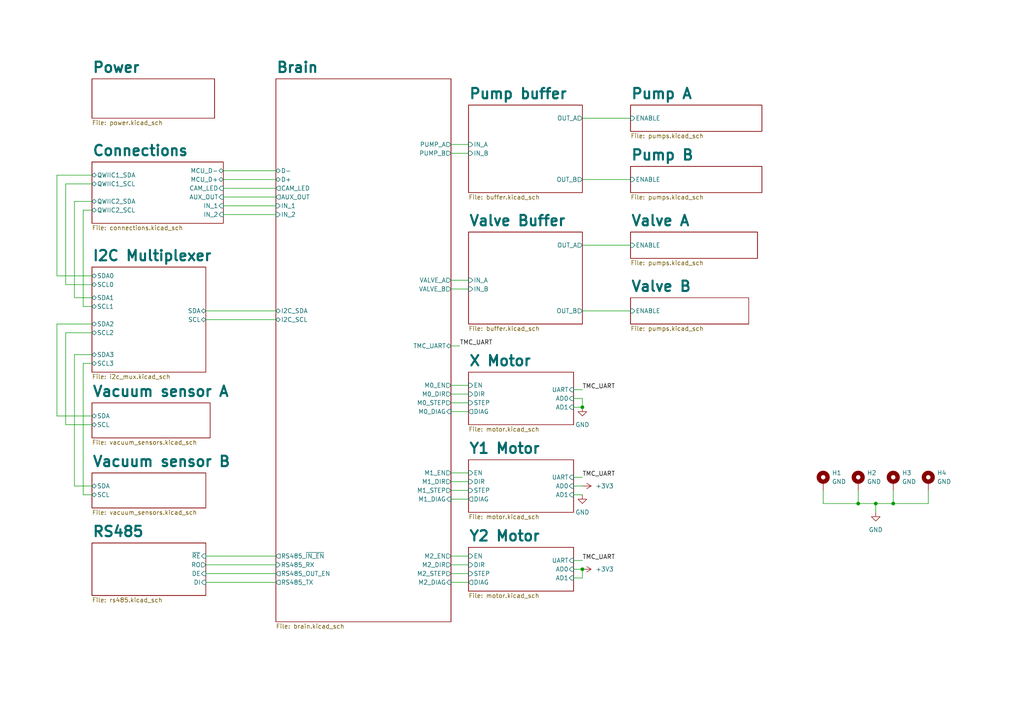
<source format=kicad_sch>
(kicad_sch (version 20231120) (generator "eeschema") (generator_version "8.0")
  (paper "A4")
  (lib_symbols
    (symbol "Mechanical:MountingHole_Pad" (pin_numbers hide) (pin_names (offset 1.016) hide)
      (property "Reference" "H" (at 0 6.35 0))
      (property "Value" "MountingHole_Pad" (at 0 4.445 0))
      (symbol "MountingHole_Pad_0_1"
        (circle (center 0 1.27) (radius 1.27) (stroke (width 1.27)))
      )
      (symbol "MountingHole_Pad_1_1"
        (pin input line (at 0 -2.54 90) (length 2.54) (name "1") (number "1"))
      )
    )
    (symbol "power:+3V3" (power) (pin_names (offset 0))
      (property "Value" "+3V3" (at 0 3.556 0))
      (symbol "+3V3_0_1"
        (polyline (pts (xy -0.762 1.27) (xy 0 2.54)))
        (polyline (pts (xy 0 0) (xy 0 2.54)))
        (polyline (pts (xy 0 2.54) (xy 0.762 1.27)))
      )
      (symbol "+3V3_1_1"
        (pin power_in line (at 0 0 90) (length 0) hide (name "+3V3") (number "1"))
      )
    )
    (symbol "power:GND" (power) (pin_names (offset 0))
      (property "Value" "GND" (at 0 -3.81 0))
      (symbol "GND_0_1"
        (polyline (pts (xy 0 0) (xy 0 -1.27) (xy 1.27 -1.27) (xy 0 -2.54) (xy -1.27 -1.27) (xy 0 -1.27)))
      )
      (symbol "GND_1_1"
        (pin power_in line (at 0 0 270) (length 0) hide (name "GND") (number "1"))
      )
    )
  )
  (junction (at 168.91 118.11))
  (junction (at 259.08 146.05))
  (junction (at 168.91 165.1))
  (junction (at 248.92 146.05))
  (junction (at 254 146.05))
  (wire (pts (xy 64.77 59.69) (xy 80.01 59.69)))
  (wire (pts (xy 59.69 163.83) (xy 80.01 163.83)))
  (wire (pts (xy 16.51 93.98) (xy 16.51 120.65)))
  (wire (pts (xy 130.81 116.84) (xy 135.89 116.84)))
  (wire (pts (xy 64.77 52.07) (xy 80.01 52.07)))
  (wire (pts (xy 168.91 118.11) (xy 168.91 115.57)))
  (wire (pts (xy 130.81 83.82) (xy 135.89 83.82)))
  (wire (pts (xy 269.24 142.24) (xy 269.24 146.05)))
  (wire (pts (xy 59.69 168.91) (xy 80.01 168.91)))
  (wire (pts (xy 166.37 118.11) (xy 168.91 118.11)))
  (wire (pts (xy 64.77 54.61) (xy 80.01 54.61)))
  (wire (pts (xy 166.37 165.1) (xy 168.91 165.1)))
  (wire (pts (xy 130.81 161.29) (xy 135.89 161.29)))
  (wire (pts (xy 24.13 105.41) (xy 24.13 143.51)))
  (wire (pts (xy 26.67 53.34) (xy 19.05 53.34)))
  (wire (pts (xy 19.05 53.34) (xy 19.05 82.55)))
  (wire (pts (xy 168.91 90.17) (xy 182.88 90.17)))
  (wire (pts (xy 64.77 57.15) (xy 80.01 57.15)))
  (wire (pts (xy 26.67 96.52) (xy 19.05 96.52)))
  (wire (pts (xy 269.24 146.05) (xy 259.08 146.05)))
  (wire (pts (xy 64.77 49.53) (xy 80.01 49.53)))
  (wire (pts (xy 26.67 58.42) (xy 21.59 58.42)))
  (wire (pts (xy 19.05 123.19) (xy 26.67 123.19)))
  (wire (pts (xy 130.81 168.91) (xy 135.89 168.91)))
  (wire (pts (xy 59.69 90.17) (xy 80.01 90.17)))
  (wire (pts (xy 130.81 44.45) (xy 135.89 44.45)))
  (wire (pts (xy 259.08 142.24) (xy 259.08 146.05)))
  (wire (pts (xy 130.81 100.33) (xy 133.35 100.33)))
  (wire (pts (xy 26.67 93.98) (xy 16.51 93.98)))
  (wire (pts (xy 166.37 162.56) (xy 168.91 162.56)))
  (wire (pts (xy 19.05 96.52) (xy 19.05 123.19)))
  (wire (pts (xy 130.81 144.78) (xy 135.89 144.78)))
  (wire (pts (xy 130.81 163.83) (xy 135.89 163.83)))
  (wire (pts (xy 130.81 137.16) (xy 135.89 137.16)))
  (wire (pts (xy 16.51 80.01) (xy 26.67 80.01)))
  (wire (pts (xy 19.05 82.55) (xy 26.67 82.55)))
  (wire (pts (xy 166.37 143.51) (xy 168.91 143.51)))
  (wire (pts (xy 64.77 62.23) (xy 80.01 62.23)))
  (wire (pts (xy 16.51 120.65) (xy 26.67 120.65)))
  (wire (pts (xy 21.59 102.87) (xy 21.59 140.97)))
  (wire (pts (xy 16.51 50.8) (xy 16.51 80.01)))
  (wire (pts (xy 168.91 52.07) (xy 182.88 52.07)))
  (wire (pts (xy 130.81 81.28) (xy 135.89 81.28)))
  (wire (pts (xy 59.69 161.29) (xy 80.01 161.29)))
  (wire (pts (xy 130.81 119.38) (xy 135.89 119.38)))
  (wire (pts (xy 24.13 88.9) (xy 26.67 88.9)))
  (wire (pts (xy 166.37 113.03) (xy 168.91 113.03)))
  (wire (pts (xy 130.81 41.91) (xy 135.89 41.91)))
  (wire (pts (xy 238.76 146.05) (xy 238.76 142.24)))
  (wire (pts (xy 21.59 86.36) (xy 26.67 86.36)))
  (wire (pts (xy 59.69 92.71) (xy 80.01 92.71)))
  (wire (pts (xy 24.13 143.51) (xy 26.67 143.51)))
  (wire (pts (xy 21.59 58.42) (xy 21.59 86.36)))
  (wire (pts (xy 26.67 102.87) (xy 21.59 102.87)))
  (wire (pts (xy 130.81 142.24) (xy 135.89 142.24)))
  (wire (pts (xy 26.67 50.8) (xy 16.51 50.8)))
  (wire (pts (xy 130.81 111.76) (xy 135.89 111.76)))
  (wire (pts (xy 168.91 34.29) (xy 182.88 34.29)))
  (wire (pts (xy 130.81 166.37) (xy 135.89 166.37)))
  (wire (pts (xy 166.37 115.57) (xy 168.91 115.57)))
  (wire (pts (xy 59.69 166.37) (xy 80.01 166.37)))
  (wire (pts (xy 26.67 105.41) (xy 24.13 105.41)))
  (wire (pts (xy 130.81 114.3) (xy 135.89 114.3)))
  (wire (pts (xy 26.67 60.96) (xy 24.13 60.96)))
  (wire (pts (xy 166.37 167.64) (xy 168.91 167.64)))
  (wire (pts (xy 259.08 146.05) (xy 254 146.05)))
  (wire (pts (xy 21.59 140.97) (xy 26.67 140.97)))
  (wire (pts (xy 166.37 140.97) (xy 168.91 140.97)))
  (wire (pts (xy 248.92 146.05) (xy 238.76 146.05)))
  (wire (pts (xy 166.37 138.43) (xy 168.91 138.43)))
  (wire (pts (xy 254 148.59) (xy 254 146.05)))
  (wire (pts (xy 168.91 165.1) (xy 168.91 167.64)))
  (wire (pts (xy 24.13 60.96) (xy 24.13 88.9)))
  (wire (pts (xy 248.92 142.24) (xy 248.92 146.05)))
  (wire (pts (xy 254 146.05) (xy 248.92 146.05)))
  (wire (pts (xy 168.91 71.12) (xy 182.88 71.12)))
  (wire (pts (xy 130.81 139.7) (xy 135.89 139.7)))
  (label "TMC_UART" (at 168.91 113.03 0))
  (label "TMC_UART" (at 168.91 162.56 0))
  (label "TMC_UART" (at 133.35 100.33 0))
  (label "TMC_UART" (at 168.91 138.43 0))
  (symbol (lib_id "power:GND") (at 168.91 143.51 0) (unit 1)
    (property "Reference" "#PWR0103" (effects (hide yes)))
    (property "Value" "GND" (at 168.91 148.59 0))
  )
  (symbol (lib_id "Mechanical:MountingHole_Pad") (at 238.76 139.7 0) (unit 1)
    (property "Reference" "H1" (at 241.3 137.16 0) (effects (justify left)))
    (property "Value" "GND" (at 241.3 139.7 0) (effects (justify left)))
    (property "Footprint" "MountingHole:MountingHole_3mm_Pad" (effects (hide yes)))
  )
  (symbol (lib_id "Mechanical:MountingHole_Pad") (at 259.08 139.7 0) (unit 1)
    (property "Reference" "H3" (at 261.62 137.16 0) (effects (justify left)))
    (property "Value" "GND" (at 261.62 139.7 0) (effects (justify left)))
    (property "Footprint" "MountingHole:MountingHole_3mm_Pad" (effects (hide yes)))
  )
  (symbol (lib_id "Mechanical:MountingHole_Pad") (at 269.24 139.7 0) (unit 1)
    (property "Reference" "H4" (at 271.78 137.16 0) (effects (justify left)))
    (property "Value" "GND" (at 271.78 139.7 0) (effects (justify left)))
    (property "Footprint" "MountingHole:MountingHole_3mm_Pad" (effects (hide yes)))
  )
  (symbol (lib_id "power:+3V3") (at 168.91 165.1 270) (unit 1)
    (property "Reference" "#PWR0104" (effects (hide yes)))
    (property "Value" "+3V3" (at 172.72 165.1 90) (effects (justify left)))
  )
  (symbol (lib_id "Mechanical:MountingHole_Pad") (at 248.92 139.7 0) (unit 1)
    (property "Reference" "H2" (at 251.46 137.16 0) (effects (justify left)))
    (property "Value" "GND" (at 251.46 139.7 0) (effects (justify left)))
    (property "Footprint" "MountingHole:MountingHole_3mm_Pad" (effects (hide yes)))
  )
  (symbol (lib_id "power:GND") (at 254 148.59 0) (unit 1)
    (property "Reference" "#PWR03" (effects (hide yes)))
    (property "Value" "GND" (at 254 153.67 0))
  )
  (symbol (lib_id "power:+3V3") (at 168.91 140.97 270) (unit 1)
    (property "Reference" "#PWR0102" (effects (hide yes)))
    (property "Value" "+3V3" (at 172.72 140.97 90) (effects (justify left)))
  )
  (symbol (lib_id "power:GND") (at 168.91 118.11 0) (unit 1)
    (property "Reference" "#PWR0101" (effects (hide yes)))
    (property "Value" "GND" (at 168.91 123.19 0))
  )
  (sheet (at 135.89 158.75) (size 30.48 12.7) (stroke (width 0.1524))
    (property "Sheetname" "Y2 Motor" (at 135.89 157.1734 0) (effects (font (size 3 3) (bold yes)) (justify left bottom)))
    (property "Sheetfile" "motor.kicad_sch" (at 135.89 172.0346 0) (effects (justify left top)))
    (pin "EN" input (at 135.89 161.29 180))
    (pin "DIR" input (at 135.89 163.83 180))
    (pin "AD1" input (at 166.37 167.64 0))
    (pin "AD0" input (at 166.37 165.1 0))
    (pin "STEP" input (at 135.89 166.37 180))
    (pin "UART" input (at 166.37 162.56 0))
    (pin "DIAG" output (at 135.89 168.91 180))
  )
  (sheet (at 80.01 22.86) (size 50.8 157.48) (stroke (width 0.1524))
    (property "Sheetname" "Brain" (at 80.01 21.2834 0) (effects (font (size 3 3) (bold yes)) (justify left bottom)))
    (property "Sheetfile" "brain.kicad_sch" (at 80.01 180.9246 0) (effects (justify left top)))
    (pin "VALVE_B" output (at 130.81 83.82 0))
    (pin "M0_STEP" output (at 130.81 116.84 0))
    (pin "M0_DIAG" input (at 130.81 119.38 0))
    (pin "M0_DIR" output (at 130.81 114.3 0))
    (pin "M0_EN" output (at 130.81 111.76 0))
    (pin "M1_EN" output (at 130.81 137.16 0))
    (pin "M1_DIR" output (at 130.81 139.7 0))
    (pin "M2_EN" output (at 130.81 161.29 0))
    (pin "M1_STEP" output (at 130.81 142.24 0))
    (pin "M1_DIAG" input (at 130.81 144.78 0))
    (pin "RS485_TX" output (at 80.01 168.91 180))
    (pin "RS485_~{IN_EN}" output (at 80.01 161.29 180))
    (pin "RS485_OUT_EN" output (at 80.01 166.37 180))
    (pin "IN_1" input (at 80.01 59.69 180))
    (pin "I2C_SCL" bidirectional (at 80.01 92.71 180))
    (pin "I2C_SDA" bidirectional (at 80.01 90.17 180))
    (pin "RS485_RX" input (at 80.01 163.83 180))
    (pin "M2_DIR" output (at 130.81 163.83 0))
    (pin "M2_STEP" output (at 130.81 166.37 0))
    (pin "M2_DIAG" input (at 130.81 168.91 0))
    (pin "AUX_OUT" output (at 80.01 57.15 180))
    (pin "CAM_LED" output (at 80.01 54.61 180))
    (pin "IN_2" input (at 80.01 62.23 180))
    (pin "TMC_UART" bidirectional (at 130.81 100.33 0))
    (pin "VALVE_A" output (at 130.81 81.28 0))
    (pin "PUMP_B" output (at 130.81 44.45 0))
    (pin "PUMP_A" output (at 130.81 41.91 0))
    (pin "D+" bidirectional (at 80.01 52.07 180))
    (pin "D-" bidirectional (at 80.01 49.53 180))
  )
  (sheet (at 26.67 22.86) (size 35.56 11.43) (stroke (width 0.1524))
    (property "Sheetname" "Power" (at 26.67 21.2834 0) (effects (font (size 3 3) (bold yes)) (justify left bottom)))
    (property "Sheetfile" "power.kicad_sch" (at 26.67 34.8746 0) (effects (justify left top)))
  )
  (sheet (at 182.88 86.36) (size 34.29 7.62) (stroke (width 0.1524))
    (property "Sheetname" "Valve B" (at 182.88 84.7834 0) (effects (font (size 3 3) (bold yes)) (justify left bottom)))
    (property "Sheetfile" "pumps.kicad_sch" (at 182.88 94.5646 0) (effects (justify left top)))
    (pin "ENABLE" input (at 182.88 90.17 180))
  )
  (sheet (at 26.67 77.47) (size 33.02 30.48) (stroke (width 0.1524))
    (property "Sheetname" "I2C Multiplexer" (at 26.67 75.8934 0) (effects (font (size 3 3) (bold yes)) (justify left bottom)))
    (property "Sheetfile" "i2c_mux.kicad_sch" (at 26.67 108.5346 0) (effects (justify left top)))
    (pin "SCL" bidirectional (at 59.69 92.71 0))
    (pin "SDA" bidirectional (at 59.69 90.17 0))
    (pin "SCL0" bidirectional (at 26.67 82.55 180))
    (pin "SDA0" bidirectional (at 26.67 80.01 180))
    (pin "SCL2" bidirectional (at 26.67 96.52 180))
    (pin "SDA2" bidirectional (at 26.67 93.98 180))
    (pin "SCL1" bidirectional (at 26.67 88.9 180))
    (pin "SDA1" bidirectional (at 26.67 86.36 180))
    (pin "SDA3" bidirectional (at 26.67 102.87 180))
    (pin "SCL3" bidirectional (at 26.67 105.41 180))
  )
  (sheet (at 26.67 157.48) (size 33.02 15.24) (stroke (width 0.1524))
    (property "Sheetname" "RS485" (at 26.67 155.9034 0) (effects (font (size 3 3) (bold yes)) (justify left bottom)))
    (property "Sheetfile" "rs485.kicad_sch" (at 26.67 173.3046 0) (effects (justify left top)))
    (pin "RO" output (at 59.69 163.83 0))
    (pin "~{RE}" input (at 59.69 161.29 0))
    (pin "DE" input (at 59.69 166.37 0))
    (pin "DI" input (at 59.69 168.91 0))
  )
  (sheet (at 135.89 133.35) (size 30.48 15.24) (stroke (width 0.1524))
    (property "Sheetname" "Y1 Motor" (at 135.89 131.7734 0) (effects (font (size 3 3) (bold yes)) (justify left bottom)))
    (property "Sheetfile" "motor.kicad_sch" (at 135.89 149.1746 0) (effects (justify left top)))
    (pin "EN" input (at 135.89 137.16 180))
    (pin "DIR" input (at 135.89 139.7 180))
    (pin "AD1" input (at 166.37 143.51 0))
    (pin "AD0" input (at 166.37 140.97 0))
    (pin "STEP" input (at 135.89 142.24 180))
    (pin "UART" input (at 166.37 138.43 0))
    (pin "DIAG" output (at 135.89 144.78 180))
  )
  (sheet (at 135.89 67.31) (size 33.02 26.67) (stroke (width 0.1524))
    (property "Sheetname" "Valve Buffer" (at 135.89 65.7334 0) (effects (font (size 3 3) (bold yes)) (justify left bottom)))
    (property "Sheetfile" "buffer.kicad_sch" (at 135.89 94.5646 0) (effects (justify left top)))
    (pin "IN_B" input (at 135.89 83.82 180))
    (pin "IN_A" input (at 135.89 81.28 180))
    (pin "OUT_B" output (at 168.91 90.17 0))
    (pin "OUT_A" output (at 168.91 71.12 0))
  )
  (sheet (at 26.67 137.16) (size 33.02 10.16) (stroke (width 0.1524))
    (property "Sheetname" "Vacuum sensor B" (at 26.67 135.5834 0) (effects (font (size 3 3) (bold yes)) (justify left bottom)))
    (property "Sheetfile" "vacuum_sensors.kicad_sch" (at 26.67 147.9046 0) (effects (justify left top)))
    (pin "SDA" bidirectional (at 26.67 140.97 180))
    (pin "SCL" bidirectional (at 26.67 143.51 180))
  )
  (sheet (at 135.89 107.95) (size 30.48 15.24) (stroke (width 0.1524))
    (property "Sheetname" "X Motor" (at 135.89 106.3734 0) (effects (font (size 3 3) (bold yes)) (justify left bottom)))
    (property "Sheetfile" "motor.kicad_sch" (at 135.89 123.7746 0) (effects (justify left top)))
    (pin "EN" input (at 135.89 111.76 180))
    (pin "DIR" input (at 135.89 114.3 180))
    (pin "AD1" input (at 166.37 118.11 0))
    (pin "AD0" input (at 166.37 115.57 0))
    (pin "STEP" input (at 135.89 116.84 180))
    (pin "UART" input (at 166.37 113.03 0))
    (pin "DIAG" output (at 135.89 119.38 180))
  )
  (sheet (at 135.89 30.48) (size 33.02 25.4) (stroke (width 0.1524))
    (property "Sheetname" "Pump buffer" (at 135.89 28.9034 0) (effects (font (size 3 3) (bold yes)) (justify left bottom)))
    (property "Sheetfile" "buffer.kicad_sch" (at 135.89 56.4646 0) (effects (justify left top)))
    (pin "IN_B" input (at 135.89 44.45 180))
    (pin "IN_A" input (at 135.89 41.91 180))
    (pin "OUT_A" output (at 168.91 34.29 0))
    (pin "OUT_B" output (at 168.91 52.07 0))
  )
  (sheet (at 182.88 30.48) (size 38.1 7.62) (stroke (width 0.1524))
    (property "Sheetname" "Pump A" (at 182.88 28.9034 0) (effects (font (size 3 3) (bold yes)) (justify left bottom)))
    (property "Sheetfile" "pumps.kicad_sch" (at 182.88 38.6846 0) (effects (justify left top)))
    (pin "ENABLE" input (at 182.88 34.29 180))
  )
  (sheet (at 26.67 46.99) (size 38.1 17.78) (stroke (width 0.1524))
    (property "Sheetname" "Connections" (at 26.67 45.4134 0) (effects (font (size 3 3) (bold yes)) (justify left bottom)))
    (property "Sheetfile" "connections.kicad_sch" (at 26.67 65.3546 0) (effects (justify left top)))
    (pin "CAM_LED" input (at 64.77 54.61 0))
    (pin "AUX_OUT" input (at 64.77 57.15 0))
    (pin "QWIIC1_SDA" bidirectional (at 26.67 50.8 180))
    (pin "QWIIC1_SCL" bidirectional (at 26.67 53.34 180))
    (pin "QWIIC2_SCL" bidirectional (at 26.67 60.96 180))
    (pin "QWIIC2_SDA" bidirectional (at 26.67 58.42 180))
    (pin "MCU_D-" bidirectional (at 64.77 49.53 0))
    (pin "MCU_D+" bidirectional (at 64.77 52.07 0))
    (pin "IN_1" input (at 64.77 59.69 0))
    (pin "IN_2" input (at 64.77 62.23 0))
  )
  (sheet (at 26.67 116.84) (size 34.29 10.16) (stroke (width 0.1524))
    (property "Sheetname" "Vacuum sensor A" (at 26.67 115.2634 0) (effects (font (size 3 3) (bold yes)) (justify left bottom)))
    (property "Sheetfile" "vacuum_sensors.kicad_sch" (at 26.67 127.5846 0) (effects (justify left top)))
    (pin "SDA" bidirectional (at 26.67 120.65 180))
    (pin "SCL" bidirectional (at 26.67 123.19 180))
  )
  (sheet (at 182.88 48.26) (size 38.1 7.62) (stroke (width 0.1524))
    (property "Sheetname" "Pump B" (at 182.88 46.6834 0) (effects (font (size 3 3) (bold yes)) (justify left bottom)))
    (property "Sheetfile" "pumps.kicad_sch" (at 182.88 56.4646 0) (effects (justify left top)))
    (pin "ENABLE" input (at 182.88 52.07 180))
  )
  (sheet (at 182.88 67.31) (size 36.83 7.62) (stroke (width 0.1524))
    (property "Sheetname" "Valve A" (at 182.88 65.7334 0) (effects (font (size 3 3) (bold yes)) (justify left bottom)))
    (property "Sheetfile" "pumps.kicad_sch" (at 182.88 75.5146 0) (effects (justify left top)))
    (pin "ENABLE" input (at 182.88 71.12 180))
  )
)
</source>
